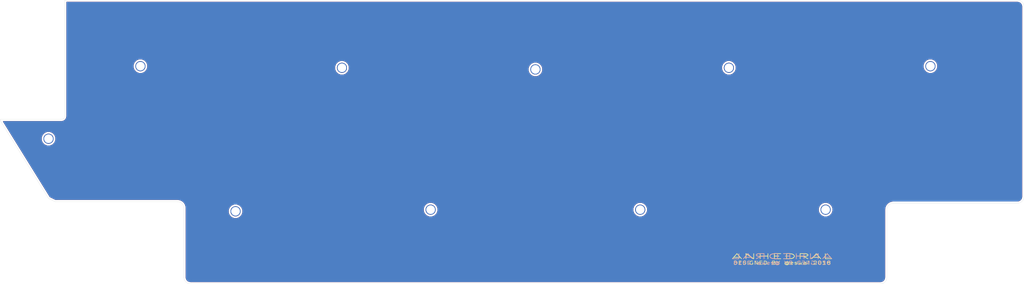
<source format=kicad_pcb>
(kicad_pcb (version 20171130) (host pcbnew "(6.0.0-rc1-dev-1215-g431bdc7a3)")

  (general
    (thickness 1.6)
    (drawings 23)
    (tracks 0)
    (zones 0)
    (modules 10)
    (nets 1)
  )

  (page A4)
  (layers
    (0 F.Cu signal hide)
    (31 B.Cu signal hide)
    (32 B.Adhes user)
    (33 F.Adhes user)
    (34 B.Paste user)
    (35 F.Paste user)
    (36 B.SilkS user)
    (37 F.SilkS user)
    (38 B.Mask user)
    (39 F.Mask user)
    (40 Dwgs.User user)
    (41 Cmts.User user)
    (42 Eco1.User user)
    (43 Eco2.User user)
    (44 Edge.Cuts user)
    (45 Margin user)
    (46 B.CrtYd user)
    (47 F.CrtYd user)
    (48 B.Fab user)
    (49 F.Fab user)
  )

  (setup
    (last_trace_width 0.25)
    (trace_clearance 0.2)
    (zone_clearance 0.508)
    (zone_45_only no)
    (trace_min 0.2)
    (via_size 0.8)
    (via_drill 0.4)
    (via_min_size 0.4)
    (via_min_drill 0.3)
    (uvia_size 0.3)
    (uvia_drill 0.1)
    (uvias_allowed no)
    (uvia_min_size 0.2)
    (uvia_min_drill 0.1)
    (edge_width 0.05)
    (segment_width 0.2)
    (pcb_text_width 0.3)
    (pcb_text_size 1.5 1.5)
    (mod_edge_width 0.12)
    (mod_text_size 1 1)
    (mod_text_width 0.15)
    (pad_size 3 3)
    (pad_drill 2.5)
    (pad_to_mask_clearance 0.051)
    (solder_mask_min_width 0.25)
    (aux_axis_origin 0 0)
    (grid_origin 24.60756 -69.08662)
    (visible_elements FFFFFF7F)
    (pcbplotparams
      (layerselection 0x010fc_ffffffff)
      (usegerberextensions false)
      (usegerberattributes false)
      (usegerberadvancedattributes false)
      (creategerberjobfile false)
      (excludeedgelayer true)
      (linewidth 0.100000)
      (plotframeref false)
      (viasonmask false)
      (mode 1)
      (useauxorigin false)
      (hpglpennumber 1)
      (hpglpenspeed 20)
      (hpglpendiameter 15.000000)
      (psnegative false)
      (psa4output false)
      (plotreference true)
      (plotvalue true)
      (plotinvisibletext false)
      (padsonsilk false)
      (subtractmaskfromsilk false)
      (outputformat 1)
      (mirror false)
      (drillshape 0)
      (scaleselection 1)
      (outputdirectory "gerbers/"))
  )

  (net 0 "")

  (net_class Default "This is the default net class."
    (clearance 0.2)
    (trace_width 0.25)
    (via_dia 0.8)
    (via_drill 0.4)
    (uvia_dia 0.3)
    (uvia_drill 0.1)
  )

  (module kbd:HOLE (layer F.Cu) (tedit 5C03DD65) (tstamp 5C088BB4)
    (at 153.19506 -59.56162)
    (descr "Mounting Hole 2.2mm, no annular, M2")
    (tags "mounting hole 2.2mm no annular m2")
    (attr virtual)
    (fp_text reference Ref** (at 0 -3.2) (layer F.Fab)
      (effects (font (size 1 1) (thickness 0.15)))
    )
    (fp_text value Val** (at 0 3.2) (layer F.Fab)
      (effects (font (size 1 1) (thickness 0.15)))
    )
    (fp_circle (center 0 0) (end 2.45 0) (layer F.CrtYd) (width 0.05))
    (fp_circle (center 0 0) (end 2.2 0) (layer Cmts.User) (width 0.15))
    (fp_text user %R (at 0.3 0) (layer F.Fab)
      (effects (font (size 1 1) (thickness 0.15)))
    )
    (pad "" np_thru_hole circle (at 0 0) (size 3 3) (drill 2.5) (layers *.Cu *.Mask))
  )

  (module kbd:HOLE (layer F.Cu) (tedit 5C03DD55) (tstamp 5C088BFD)
    (at 96.04506 -60.03787)
    (descr "Mounting Hole 2.2mm, no annular, M2")
    (tags "mounting hole 2.2mm no annular m2")
    (attr virtual)
    (fp_text reference Ref** (at 0 -3.2) (layer F.Fab)
      (effects (font (size 1 1) (thickness 0.15)))
    )
    (fp_text value Val** (at 0 3.2) (layer F.Fab)
      (effects (font (size 1 1) (thickness 0.15)))
    )
    (fp_circle (center 0 0) (end 2.45 0) (layer F.CrtYd) (width 0.05))
    (fp_circle (center 0 0) (end 2.2 0) (layer Cmts.User) (width 0.15))
    (fp_text user %R (at 0.3 0) (layer F.Fab)
      (effects (font (size 1 1) (thickness 0.15)))
    )
    (pad "" np_thru_hole circle (at 0 0) (size 3 3) (drill 2.5) (layers *.Cu *.Mask))
  )

  (module kbd:HOLE (layer F.Cu) (tedit 5C03DD3B) (tstamp 5C088C21)
    (at 36.51381 -60.51412)
    (descr "Mounting Hole 2.2mm, no annular, M2")
    (tags "mounting hole 2.2mm no annular m2")
    (attr virtual)
    (fp_text reference Ref** (at 0 -3.2) (layer F.Fab)
      (effects (font (size 1 1) (thickness 0.15)))
    )
    (fp_text value Val** (at 0 3.2) (layer F.Fab)
      (effects (font (size 1 1) (thickness 0.15)))
    )
    (fp_circle (center 0 0) (end 2.45 0) (layer F.CrtYd) (width 0.05))
    (fp_circle (center 0 0) (end 2.2 0) (layer Cmts.User) (width 0.15))
    (fp_text user %R (at 0.3 0) (layer F.Fab)
      (effects (font (size 1 1) (thickness 0.15)))
    )
    (pad "" np_thru_hole circle (at 0 0) (size 3 3) (drill 2.5) (layers *.Cu *.Mask))
  )

  (module kbd:HOLE (layer F.Cu) (tedit 5C03DD4C) (tstamp 5C088C45)
    (at 64.61256 -17.65162)
    (descr "Mounting Hole 2.2mm, no annular, M2")
    (tags "mounting hole 2.2mm no annular m2")
    (attr virtual)
    (fp_text reference Ref** (at 0 -3.2) (layer F.Fab)
      (effects (font (size 1 1) (thickness 0.15)))
    )
    (fp_text value Val** (at 0 3.2) (layer F.Fab)
      (effects (font (size 1 1) (thickness 0.15)))
    )
    (fp_circle (center 0 0) (end 2.45 0) (layer F.CrtYd) (width 0.05))
    (fp_circle (center 0 0) (end 2.2 0) (layer Cmts.User) (width 0.15))
    (fp_text user %R (at 0.3 0) (layer F.Fab)
      (effects (font (size 1 1) (thickness 0.15)))
    )
    (pad "" np_thru_hole circle (at 0 0) (size 3 3) (drill 2.5) (layers *.Cu *.Mask))
  )

  (module kbd:HOLE (layer F.Cu) (tedit 5C03DD5E) (tstamp 5C088C69)
    (at 122.23881 -18.12787)
    (descr "Mounting Hole 2.2mm, no annular, M2")
    (tags "mounting hole 2.2mm no annular m2")
    (attr virtual)
    (fp_text reference Ref** (at 0 -3.2) (layer F.Fab)
      (effects (font (size 1 1) (thickness 0.15)))
    )
    (fp_text value Val** (at 0 3.2) (layer F.Fab)
      (effects (font (size 1 1) (thickness 0.15)))
    )
    (fp_circle (center 0 0) (end 2.45 0) (layer F.CrtYd) (width 0.05))
    (fp_circle (center 0 0) (end 2.2 0) (layer Cmts.User) (width 0.15))
    (fp_text user %R (at 0.3 0) (layer F.Fab)
      (effects (font (size 1 1) (thickness 0.15)))
    )
    (pad "" np_thru_hole circle (at 0 0) (size 3 3) (drill 2.5) (layers *.Cu *.Mask))
  )

  (module kbd:HOLE (layer F.Cu) (tedit 5C03DD74) (tstamp 5C088C96)
    (at 210.34506 -60.03787)
    (descr "Mounting Hole 2.2mm, no annular, M2")
    (tags "mounting hole 2.2mm no annular m2")
    (attr virtual)
    (fp_text reference Ref** (at 0 -3.2) (layer F.Fab)
      (effects (font (size 1 1) (thickness 0.15)))
    )
    (fp_text value Val** (at 0 3.2) (layer F.Fab)
      (effects (font (size 1 1) (thickness 0.15)))
    )
    (fp_circle (center 0 0) (end 2.45 0) (layer F.CrtYd) (width 0.05))
    (fp_circle (center 0 0) (end 2.2 0) (layer Cmts.User) (width 0.15))
    (fp_text user %R (at 0.3 0) (layer F.Fab)
      (effects (font (size 1 1) (thickness 0.15)))
    )
    (pad "" np_thru_hole circle (at 0 0) (size 3 3) (drill 2.5) (layers *.Cu *.Mask))
  )

  (module kbd:HOLE (layer F.Cu) (tedit 5C03DD85) (tstamp 5C088CBA)
    (at 269.87631 -60.51412)
    (descr "Mounting Hole 2.2mm, no annular, M2")
    (tags "mounting hole 2.2mm no annular m2")
    (attr virtual)
    (fp_text reference Ref** (at 0 -3.2) (layer F.Fab)
      (effects (font (size 1 1) (thickness 0.15)))
    )
    (fp_text value Val** (at 0 3.2) (layer F.Fab)
      (effects (font (size 1 1) (thickness 0.15)))
    )
    (fp_circle (center 0 0) (end 2.45 0) (layer F.CrtYd) (width 0.05))
    (fp_circle (center 0 0) (end 2.2 0) (layer Cmts.User) (width 0.15))
    (fp_text user %R (at 0.3 0) (layer F.Fab)
      (effects (font (size 1 1) (thickness 0.15)))
    )
    (pad "" np_thru_hole circle (at 0 0) (size 3 3) (drill 2.5) (layers *.Cu *.Mask))
  )

  (module kbd:HOLE (layer F.Cu) (tedit 5C03DD6C) (tstamp 5C088CDE)
    (at 184.15131 -18.12787)
    (descr "Mounting Hole 2.2mm, no annular, M2")
    (tags "mounting hole 2.2mm no annular m2")
    (attr virtual)
    (fp_text reference Ref** (at 0 -3.2) (layer F.Fab)
      (effects (font (size 1 1) (thickness 0.15)))
    )
    (fp_text value Val** (at 0 3.2) (layer F.Fab)
      (effects (font (size 1 1) (thickness 0.15)))
    )
    (fp_circle (center 0 0) (end 2.45 0) (layer F.CrtYd) (width 0.05))
    (fp_circle (center 0 0) (end 2.2 0) (layer Cmts.User) (width 0.15))
    (fp_text user %R (at 0.3 0) (layer F.Fab)
      (effects (font (size 1 1) (thickness 0.15)))
    )
    (pad "" np_thru_hole circle (at 0 0) (size 3 3) (drill 2.5) (layers *.Cu *.Mask))
  )

  (module kbd:HOLE (layer F.Cu) (tedit 5C03DD7B) (tstamp 5C088D02)
    (at 238.92006 -18.12787)
    (descr "Mounting Hole 2.2mm, no annular, M2")
    (tags "mounting hole 2.2mm no annular m2")
    (attr virtual)
    (fp_text reference Ref** (at 0 -3.2) (layer F.Fab)
      (effects (font (size 1 1) (thickness 0.15)))
    )
    (fp_text value Val** (at 0 3.2) (layer F.Fab)
      (effects (font (size 1 1) (thickness 0.15)))
    )
    (fp_circle (center 0 0) (end 2.45 0) (layer F.CrtYd) (width 0.05))
    (fp_circle (center 0 0) (end 2.2 0) (layer Cmts.User) (width 0.15))
    (fp_text user %R (at 0.3 0) (layer F.Fab)
      (effects (font (size 1 1) (thickness 0.15)))
    )
    (pad "" np_thru_hole circle (at 0 0) (size 3 3) (drill 2.5) (layers *.Cu *.Mask))
  )

  (module kbd:HOLE (layer F.Cu) (tedit 5C03DD2F) (tstamp 5C088F6B)
    (at 9.36756 -39.08287)
    (descr "Mounting Hole 2.2mm, no annular, M2")
    (tags "mounting hole 2.2mm no annular m2")
    (attr virtual)
    (fp_text reference Ref** (at 0 -3.2) (layer F.Fab)
      (effects (font (size 1 1) (thickness 0.15)))
    )
    (fp_text value Val** (at 0 3.2) (layer F.Fab)
      (effects (font (size 1 1) (thickness 0.15)))
    )
    (fp_circle (center 0 0) (end 2.45 0) (layer F.CrtYd) (width 0.05))
    (fp_circle (center 0 0) (end 2.2 0) (layer Cmts.User) (width 0.15))
    (fp_text user %R (at 0.3 0) (layer F.Fab)
      (effects (font (size 1 1) (thickness 0.15)))
    )
    (pad "" np_thru_hole circle (at 0 0) (size 3 3) (drill 2.5) (layers *.Cu *.Mask))
  )

  (gr_line (start 295.59381 -80.04037) (end 14.13006 -80.04037) (layer Edge.Cuts) (width 0.05))
  (gr_line (start 297.49881 -21.93787) (end 297.49881 -78.13537) (layer Edge.Cuts) (width 0.05))
  (gr_arc (start 295.59381 -78.13537) (end 297.49881 -78.13537) (angle -90) (layer Edge.Cuts) (width 0.05))
  (gr_line (start -4.94244 -44.53662) (end 9.36756 -21.46162) (layer Edge.Cuts) (width 0.05))
  (gr_line (start -4.91994 -44.79787) (end -4.94244 -44.53662) (layer Edge.Cuts) (width 0.05))
  (gr_line (start 13.17756 -44.79787) (end -4.91994 -44.79787) (layer Edge.Cuts) (width 0.05))
  (gr_arc (start 13.17756 -45.75037) (end 13.17756 -44.79787) (angle -90) (layer Edge.Cuts) (width 0.05))
  (gr_line (start 14.13006 -80.04037) (end 14.13006 -45.75037) (layer Edge.Cuts) (width 0.05))
  (gr_text "DESIGNED BY @eswai 2018" (at 226.06131 -2.41162) (layer B.SilkS) (tstamp 5C0A93D6)
    (effects (font (size 1 1.4) (thickness 0.15)) (justify mirror))
  )
  (gr_text ANHEDRAL (at 226.06131 -4.31662) (layer B.SilkS) (tstamp 5C0A93D5)
    (effects (font (size 1.5 4) (thickness 0.2)) (justify mirror))
  )
  (gr_text "DESIGNED BY @eswai 2018" (at 226.06131 -2.41162) (layer F.SilkS)
    (effects (font (size 1 1.4) (thickness 0.15)))
  )
  (gr_text ANHEDRAL (at 226.06131 -4.31662) (layer F.SilkS)
    (effects (font (size 1.5 4) (thickness 0.2)))
  )
  (gr_line (start 295.59381 -20.03287) (end 258.92256 -20.03287) (layer Edge.Cuts) (width 0.05))
  (gr_line (start 11.27256 -20.50912) (end 9.36756 -21.46162) (layer Edge.Cuts) (width 0.05))
  (gr_line (start 47.46756 -20.50912) (end 11.27256 -20.50912) (layer Edge.Cuts) (width 0.05))
  (gr_line (start 49.37256 1.87463) (end 49.37256 -18.60412) (layer Edge.Cuts) (width 0.05))
  (gr_line (start 255.11256 3.77963) (end 51.27756 3.77963) (layer Edge.Cuts) (width 0.05))
  (gr_line (start 257.01756 -18.12787) (end 257.01756 1.87463) (layer Edge.Cuts) (width 0.05))
  (gr_arc (start 295.59381 -21.93787) (end 295.59381 -20.03287) (angle -90) (layer Edge.Cuts) (width 0.05))
  (gr_arc (start 258.92256 -18.12787) (end 258.92256 -20.03287) (angle -90) (layer Edge.Cuts) (width 0.05))
  (gr_arc (start 255.11256 1.87463) (end 255.11256 3.77963) (angle -90) (layer Edge.Cuts) (width 0.05))
  (gr_arc (start 51.27756 1.87463) (end 49.37256 1.87463) (angle -90) (layer Edge.Cuts) (width 0.05))
  (gr_arc (start 47.46756 -18.60412) (end 49.37256 -18.60412) (angle -90) (layer Edge.Cuts) (width 0.05))

  (zone (net 0) (net_name "") (layer F.Cu) (tstamp 0) (hatch edge 0.508)
    (connect_pads (clearance 0.508))
    (min_thickness 0.254)
    (fill yes (arc_segments 16) (thermal_gap 0.508) (thermal_bridge_width 0.508))
    (polygon
      (pts
        (xy 296.07006 -80.51662) (xy 13.65381 -80.51662) (xy 13.65381 -45.75037) (xy 13.17756 -45.27412) (xy -5.39619 -45.27412)
        (xy -5.39619 -44.32162) (xy 9.36756 -20.98537) (xy 11.27256 -20.03287) (xy 47.94381 -20.03287) (xy 48.89631 -19.08037)
        (xy 48.89631 2.35088) (xy 50.80131 4.25588) (xy 255.58881 4.25588) (xy 257.49381 2.35088) (xy 257.49381 -18.12787)
        (xy 258.44631 -19.55662) (xy 296.07006 -19.55662) (xy 297.97506 -21.46162) (xy 297.97506 -78.61162)
      )
    )
    (filled_polygon
      (pts
        (xy 295.948439 -79.348104) (xy 296.274558 -79.199826) (xy 296.545955 -78.965976) (xy 296.740806 -78.665357) (xy 296.849743 -78.301097)
        (xy 296.863811 -78.111793) (xy 296.86381 -21.983111) (xy 296.806544 -21.583241) (xy 296.658266 -21.257121) (xy 296.424418 -20.985727)
        (xy 296.123796 -20.790874) (xy 295.759537 -20.681937) (xy 295.570246 -20.66787) (xy 258.860019 -20.66787) (xy 258.836772 -20.663246)
        (xy 258.593924 -20.645199) (xy 258.530668 -20.631291) (xy 258.466486 -20.622499) (xy 258.45904 -20.620321) (xy 257.941561 -20.465562)
        (xy 257.863403 -20.429448) (xy 257.784659 -20.394224) (xy 257.778124 -20.390044) (xy 257.324879 -20.096265) (xy 257.259994 -20.039662)
        (xy 257.194306 -19.983757) (xy 257.189206 -19.97791) (xy 256.836634 -19.56873) (xy 256.790237 -19.496181) (xy 256.742887 -19.424097)
        (xy 256.739633 -19.417054) (xy 256.516076 -18.925366) (xy 256.491896 -18.842675) (xy 256.466691 -18.760234) (xy 256.465544 -18.752561)
        (xy 256.391407 -18.234888) (xy 256.38256 -18.19041) (xy 256.382561 1.829382) (xy 256.325294 2.229259) (xy 256.177016 2.555379)
        (xy 255.943168 2.826773) (xy 255.642546 3.021626) (xy 255.278287 3.130563) (xy 255.088996 3.14463) (xy 51.322801 3.14463)
        (xy 50.922931 3.087364) (xy 50.596811 2.939086) (xy 50.325417 2.705238) (xy 50.130564 2.404616) (xy 50.021627 2.040357)
        (xy 50.00756 1.851066) (xy 50.00756 -18.035433) (xy 62.469837 -18.035433) (xy 62.47756 -17.631244) (xy 62.47756 -17.226942)
        (xy 62.485659 -17.20739) (xy 62.486063 -17.186233) (xy 62.779821 -16.477038) (xy 62.790371 -16.47175) (xy 62.802594 -16.44224)
        (xy 63.40318 -15.841654) (xy 63.43269 -15.829431) (xy 63.437978 -15.818881) (xy 63.814348 -15.671343) (xy 64.187882 -15.51662)
        (xy 64.209046 -15.51662) (xy 64.228747 -15.508897) (xy 64.632936 -15.51662) (xy 65.037238 -15.51662) (xy 65.05679 -15.524719)
        (xy 65.077947 -15.525123) (xy 65.787142 -15.818881) (xy 65.79243 -15.829431) (xy 65.82194 -15.841654) (xy 66.422526 -16.44224)
        (xy 66.434749 -16.47175) (xy 66.445299 -16.477038) (xy 66.592837 -16.853408) (xy 66.74756 -17.226942) (xy 66.74756 -17.248106)
        (xy 66.755283 -17.267807) (xy 66.74756 -17.671996) (xy 66.74756 -18.076298) (xy 66.739461 -18.09585) (xy 66.739057 -18.117007)
        (xy 66.575577 -18.511683) (xy 120.096087 -18.511683) (xy 120.10381 -18.107494) (xy 120.10381 -17.703192) (xy 120.111909 -17.68364)
        (xy 120.112313 -17.662483) (xy 120.406071 -16.953288) (xy 120.416621 -16.948) (xy 120.428844 -16.91849) (xy 121.02943 -16.317904)
        (xy 121.05894 -16.305681) (xy 121.064228 -16.295131) (xy 121.440598 -16.147593) (xy 121.814132 -15.99287) (xy 121.835296 -15.99287)
        (xy 121.854997 -15.985147) (xy 122.259186 -15.99287) (xy 122.663488 -15.99287) (xy 122.68304 -16.000969) (xy 122.704197 -16.001373)
        (xy 123.413392 -16.295131) (xy 123.41868 -16.305681) (xy 123.44819 -16.317904) (xy 124.048776 -16.91849) (xy 124.060999 -16.948)
        (xy 124.071549 -16.953288) (xy 124.219087 -17.329658) (xy 124.37381 -17.703192) (xy 124.37381 -17.724356) (xy 124.381533 -17.744057)
        (xy 124.37381 -18.148246) (xy 124.37381 -18.511683) (xy 182.008587 -18.511683) (xy 182.01631 -18.107494) (xy 182.01631 -17.703192)
        (xy 182.024409 -17.68364) (xy 182.024813 -17.662483) (xy 182.318571 -16.953288) (xy 182.329121 -16.948) (xy 182.341344 -16.91849)
        (xy 182.94193 -16.317904) (xy 182.97144 -16.305681) (xy 182.976728 -16.295131) (xy 183.353098 -16.147593) (xy 183.726632 -15.99287)
        (xy 183.747796 -15.99287) (xy 183.767497 -15.985147) (xy 184.171686 -15.99287) (xy 184.575988 -15.99287) (xy 184.59554 -16.000969)
        (xy 184.616697 -16.001373) (xy 185.325892 -16.295131) (xy 185.33118 -16.305681) (xy 185.36069 -16.317904) (xy 185.961276 -16.91849)
        (xy 185.973499 -16.948) (xy 185.984049 -16.953288) (xy 186.131587 -17.329658) (xy 186.28631 -17.703192) (xy 186.28631 -17.724356)
        (xy 186.294033 -17.744057) (xy 186.28631 -18.148246) (xy 186.28631 -18.511683) (xy 236.777337 -18.511683) (xy 236.78506 -18.107494)
        (xy 236.78506 -17.703192) (xy 236.793159 -17.68364) (xy 236.793563 -17.662483) (xy 237.087321 -16.953288) (xy 237.097871 -16.948)
        (xy 237.110094 -16.91849) (xy 237.71068 -16.317904) (xy 237.74019 -16.305681) (xy 237.745478 -16.295131) (xy 238.121848 -16.147593)
        (xy 238.495382 -15.99287) (xy 238.516546 -15.99287) (xy 238.536247 -15.985147) (xy 238.940436 -15.99287) (xy 239.344738 -15.99287)
        (xy 239.36429 -16.000969) (xy 239.385447 -16.001373) (xy 240.094642 -16.295131) (xy 240.09993 -16.305681) (xy 240.12944 -16.317904)
        (xy 240.730026 -16.91849) (xy 240.742249 -16.948) (xy 240.752799 -16.953288) (xy 240.900337 -17.329658) (xy 241.05506 -17.703192)
        (xy 241.05506 -17.724356) (xy 241.062783 -17.744057) (xy 241.05506 -18.148246) (xy 241.05506 -18.552548) (xy 241.046961 -18.5721)
        (xy 241.046557 -18.593257) (xy 240.752799 -19.302452) (xy 240.742249 -19.30774) (xy 240.730026 -19.33725) (xy 240.12944 -19.937836)
        (xy 240.09993 -19.950059) (xy 240.094642 -19.960609) (xy 239.718272 -20.108147) (xy 239.344738 -20.26287) (xy 239.323574 -20.26287)
        (xy 239.303873 -20.270593) (xy 238.899684 -20.26287) (xy 238.495382 -20.26287) (xy 238.47583 -20.254771) (xy 238.454673 -20.254367)
        (xy 237.745478 -19.960609) (xy 237.74019 -19.950059) (xy 237.71068 -19.937836) (xy 237.110094 -19.33725) (xy 237.097871 -19.30774)
        (xy 237.087321 -19.302452) (xy 236.939783 -18.926082) (xy 236.78506 -18.552548) (xy 236.78506 -18.531384) (xy 236.777337 -18.511683)
        (xy 186.28631 -18.511683) (xy 186.28631 -18.552548) (xy 186.278211 -18.5721) (xy 186.277807 -18.593257) (xy 185.984049 -19.302452)
        (xy 185.973499 -19.30774) (xy 185.961276 -19.33725) (xy 185.36069 -19.937836) (xy 185.33118 -19.950059) (xy 185.325892 -19.960609)
        (xy 184.949522 -20.108147) (xy 184.575988 -20.26287) (xy 184.554824 -20.26287) (xy 184.535123 -20.270593) (xy 184.130934 -20.26287)
        (xy 183.726632 -20.26287) (xy 183.70708 -20.254771) (xy 183.685923 -20.254367) (xy 182.976728 -19.960609) (xy 182.97144 -19.950059)
        (xy 182.94193 -19.937836) (xy 182.341344 -19.33725) (xy 182.329121 -19.30774) (xy 182.318571 -19.302452) (xy 182.171033 -18.926082)
        (xy 182.01631 -18.552548) (xy 182.01631 -18.531384) (xy 182.008587 -18.511683) (xy 124.37381 -18.511683) (xy 124.37381 -18.552548)
        (xy 124.365711 -18.5721) (xy 124.365307 -18.593257) (xy 124.071549 -19.302452) (xy 124.060999 -19.30774) (xy 124.048776 -19.33725)
        (xy 123.44819 -19.937836) (xy 123.41868 -19.950059) (xy 123.413392 -19.960609) (xy 123.037022 -20.108147) (xy 122.663488 -20.26287)
        (xy 122.642324 -20.26287) (xy 122.622623 -20.270593) (xy 122.218434 -20.26287) (xy 121.814132 -20.26287) (xy 121.79458 -20.254771)
        (xy 121.773423 -20.254367) (xy 121.064228 -19.960609) (xy 121.05894 -19.950059) (xy 121.02943 -19.937836) (xy 120.428844 -19.33725)
        (xy 120.416621 -19.30774) (xy 120.406071 -19.302452) (xy 120.258533 -18.926082) (xy 120.10381 -18.552548) (xy 120.10381 -18.531384)
        (xy 120.096087 -18.511683) (xy 66.575577 -18.511683) (xy 66.445299 -18.826202) (xy 66.434749 -18.83149) (xy 66.422526 -18.861)
        (xy 65.82194 -19.461586) (xy 65.79243 -19.473809) (xy 65.787142 -19.484359) (xy 65.410772 -19.631897) (xy 65.037238 -19.78662)
        (xy 65.016074 -19.78662) (xy 64.996373 -19.794343) (xy 64.592184 -19.78662) (xy 64.187882 -19.78662) (xy 64.16833 -19.778521)
        (xy 64.147173 -19.778117) (xy 63.437978 -19.484359) (xy 63.43269 -19.473809) (xy 63.40318 -19.461586) (xy 62.802594 -18.861)
        (xy 62.790371 -18.83149) (xy 62.779821 -18.826202) (xy 62.632283 -18.449832) (xy 62.47756 -18.076298) (xy 62.47756 -18.055134)
        (xy 62.469837 -18.035433) (xy 50.00756 -18.035433) (xy 50.00756 -18.666661) (xy 50.002936 -18.689908) (xy 49.984889 -18.932756)
        (xy 49.970981 -18.996012) (xy 49.962189 -19.060194) (xy 49.960011 -19.06764) (xy 49.805252 -19.585119) (xy 49.769138 -19.663277)
        (xy 49.733914 -19.742021) (xy 49.729734 -19.748556) (xy 49.435955 -20.201801) (xy 49.379352 -20.266686) (xy 49.323447 -20.332374)
        (xy 49.3176 -20.337474) (xy 48.90842 -20.690046) (xy 48.835871 -20.736443) (xy 48.763787 -20.783793) (xy 48.756744 -20.787047)
        (xy 48.265056 -21.010604) (xy 48.182365 -21.034784) (xy 48.099924 -21.059989) (xy 48.092251 -21.061136) (xy 47.574582 -21.135272)
        (xy 47.530101 -21.14412) (xy 11.422463 -21.14412) (xy 9.812417 -21.949142) (xy -1.051115 -39.466683) (xy 7.224837 -39.466683)
        (xy 7.23256 -39.062494) (xy 7.23256 -38.658192) (xy 7.240659 -38.63864) (xy 7.241063 -38.617483) (xy 7.534821 -37.908288)
        (xy 7.545371 -37.903) (xy 7.557594 -37.87349) (xy 8.15818 -37.272904) (xy 8.18769 -37.260681) (xy 8.192978 -37.250131)
        (xy 8.569348 -37.102593) (xy 8.942882 -36.94787) (xy 8.964046 -36.94787) (xy 8.983747 -36.940147) (xy 9.387936 -36.94787)
        (xy 9.792238 -36.94787) (xy 9.81179 -36.955969) (xy 9.832947 -36.956373) (xy 10.542142 -37.250131) (xy 10.54743 -37.260681)
        (xy 10.57694 -37.272904) (xy 11.177526 -37.87349) (xy 11.189749 -37.903) (xy 11.200299 -37.908288) (xy 11.347837 -38.284658)
        (xy 11.50256 -38.658192) (xy 11.50256 -38.679356) (xy 11.510283 -38.699057) (xy 11.50256 -39.103246) (xy 11.50256 -39.507548)
        (xy 11.494461 -39.5271) (xy 11.494057 -39.548257) (xy 11.200299 -40.257452) (xy 11.189749 -40.26274) (xy 11.177526 -40.29225)
        (xy 10.57694 -40.892836) (xy 10.54743 -40.905059) (xy 10.542142 -40.915609) (xy 10.165772 -41.063147) (xy 9.792238 -41.21787)
        (xy 9.771074 -41.21787) (xy 9.751373 -41.225593) (xy 9.347184 -41.21787) (xy 8.942882 -41.21787) (xy 8.92333 -41.209771)
        (xy 8.902173 -41.209367) (xy 8.192978 -40.915609) (xy 8.18769 -40.905059) (xy 8.15818 -40.892836) (xy 7.557594 -40.29225)
        (xy 7.545371 -40.26274) (xy 7.534821 -40.257452) (xy 7.387283 -39.881082) (xy 7.23256 -39.507548) (xy 7.23256 -39.486384)
        (xy 7.224837 -39.466683) (xy -1.051115 -39.466683) (xy -3.963464 -44.16287) (xy 13.240101 -44.16287) (xy 13.30144 -44.175071)
        (xy 13.301443 -44.175071) (xy 13.665949 -44.247576) (xy 13.894853 -44.342392) (xy 14.203862 -44.548865) (xy 14.203866 -44.548867)
        (xy 14.291464 -44.636466) (xy 14.379063 -44.724064) (xy 14.379065 -44.724068) (xy 14.585536 -45.033074) (xy 14.585538 -45.033076)
        (xy 14.680354 -45.261981) (xy 14.752859 -45.626487) (xy 14.752859 -45.62649) (xy 14.76506 -45.687829) (xy 14.76506 -60.897933)
        (xy 34.371087 -60.897933) (xy 34.37881 -60.493744) (xy 34.37881 -60.089442) (xy 34.386909 -60.06989) (xy 34.387313 -60.048733)
        (xy 34.681071 -59.339538) (xy 34.691621 -59.33425) (xy 34.703844 -59.30474) (xy 35.30443 -58.704154) (xy 35.33394 -58.691931)
        (xy 35.339228 -58.681381) (xy 35.715598 -58.533843) (xy 36.089132 -58.37912) (xy 36.110296 -58.37912) (xy 36.129997 -58.371397)
        (xy 36.534186 -58.37912) (xy 36.938488 -58.37912) (xy 36.95804 -58.387219) (xy 36.979197 -58.387623) (xy 37.688392 -58.681381)
        (xy 37.69368 -58.691931) (xy 37.72319 -58.704154) (xy 38.323776 -59.30474) (xy 38.335999 -59.33425) (xy 38.346549 -59.339538)
        (xy 38.494087 -59.715908) (xy 38.64881 -60.089442) (xy 38.64881 -60.110606) (xy 38.656533 -60.130307) (xy 38.650966 -60.421683)
        (xy 93.902337 -60.421683) (xy 93.91006 -60.017494) (xy 93.91006 -59.613192) (xy 93.918159 -59.59364) (xy 93.918563 -59.572483)
        (xy 94.212321 -58.863288) (xy 94.222871 -58.858) (xy 94.235094 -58.82849) (xy 94.83568 -58.227904) (xy 94.86519 -58.215681)
        (xy 94.870478 -58.205131) (xy 95.246848 -58.057593) (xy 95.620382 -57.90287) (xy 95.641546 -57.90287) (xy 95.661247 -57.895147)
        (xy 96.065436 -57.90287) (xy 96.469738 -57.90287) (xy 96.48929 -57.910969) (xy 96.510447 -57.911373) (xy 97.219642 -58.205131)
        (xy 97.22493 -58.215681) (xy 97.25444 -58.227904) (xy 97.855026 -58.82849) (xy 97.867249 -58.858) (xy 97.877799 -58.863288)
        (xy 98.025337 -59.239658) (xy 98.18006 -59.613192) (xy 98.18006 -59.634356) (xy 98.187783 -59.654057) (xy 98.182216 -59.945433)
        (xy 151.052337 -59.945433) (xy 151.06006 -59.541244) (xy 151.06006 -59.136942) (xy 151.068159 -59.11739) (xy 151.068563 -59.096233)
        (xy 151.362321 -58.387038) (xy 151.372871 -58.38175) (xy 151.385094 -58.35224) (xy 151.98568 -57.751654) (xy 152.01519 -57.739431)
        (xy 152.020478 -57.728881) (xy 152.396848 -57.581343) (xy 152.770382 -57.42662) (xy 152.791546 -57.42662) (xy 152.811247 -57.418897)
        (xy 153.215436 -57.42662) (xy 153.619738 -57.42662) (xy 153.63929 -57.434719) (xy 153.660447 -57.435123) (xy 154.369642 -57.728881)
        (xy 154.37493 -57.739431) (xy 154.40444 -57.751654) (xy 155.005026 -58.35224) (xy 155.017249 -58.38175) (xy 155.027799 -58.387038)
        (xy 155.175337 -58.763408) (xy 155.33006 -59.136942) (xy 155.33006 -59.158106) (xy 155.337783 -59.177807) (xy 155.33006 -59.581996)
        (xy 155.33006 -59.986298) (xy 155.321961 -60.00585) (xy 155.321557 -60.027007) (xy 155.158077 -60.421683) (xy 208.202337 -60.421683)
        (xy 208.21006 -60.017494) (xy 208.21006 -59.613192) (xy 208.218159 -59.59364) (xy 208.218563 -59.572483) (xy 208.512321 -58.863288)
        (xy 208.522871 -58.858) (xy 208.535094 -58.82849) (xy 209.13568 -58.227904) (xy 209.16519 -58.215681) (xy 209.170478 -58.205131)
        (xy 209.546848 -58.057593) (xy 209.920382 -57.90287) (xy 209.941546 -57.90287) (xy 209.961247 -57.895147) (xy 210.365436 -57.90287)
        (xy 210.769738 -57.90287) (xy 210.78929 -57.910969) (xy 210.810447 -57.911373) (xy 211.519642 -58.205131) (xy 211.52493 -58.215681)
        (xy 211.55444 -58.227904) (xy 212.155026 -58.82849) (xy 212.167249 -58.858) (xy 212.177799 -58.863288) (xy 212.325337 -59.239658)
        (xy 212.48006 -59.613192) (xy 212.48006 -59.634356) (xy 212.487783 -59.654057) (xy 212.48006 -60.058246) (xy 212.48006 -60.462548)
        (xy 212.471961 -60.4821) (xy 212.471557 -60.503257) (xy 212.308077 -60.897933) (xy 267.733587 -60.897933) (xy 267.74131 -60.493744)
        (xy 267.74131 -60.089442) (xy 267.749409 -60.06989) (xy 267.749813 -60.048733) (xy 268.043571 -59.339538) (xy 268.054121 -59.33425)
        (xy 268.066344 -59.30474) (xy 268.66693 -58.704154) (xy 268.69644 -58.691931) (xy 268.701728 -58.681381) (xy 269.078098 -58.533843)
        (xy 269.451632 -58.37912) (xy 269.472796 -58.37912) (xy 269.492497 -58.371397) (xy 269.896686 -58.37912) (xy 270.300988 -58.37912)
        (xy 270.32054 -58.387219) (xy 270.341697 -58.387623) (xy 271.050892 -58.681381) (xy 271.05618 -58.691931) (xy 271.08569 -58.704154)
        (xy 271.686276 -59.30474) (xy 271.698499 -59.33425) (xy 271.709049 -59.339538) (xy 271.856587 -59.715908) (xy 272.01131 -60.089442)
        (xy 272.01131 -60.110606) (xy 272.019033 -60.130307) (xy 272.01131 -60.534496) (xy 272.01131 -60.938798) (xy 272.003211 -60.95835)
        (xy 272.002807 -60.979507) (xy 271.709049 -61.688702) (xy 271.698499 -61.69399) (xy 271.686276 -61.7235) (xy 271.08569 -62.324086)
        (xy 271.05618 -62.336309) (xy 271.050892 -62.346859) (xy 270.674522 -62.494397) (xy 270.300988 -62.64912) (xy 270.279824 -62.64912)
        (xy 270.260123 -62.656843) (xy 269.855934 -62.64912) (xy 269.451632 -62.64912) (xy 269.43208 -62.641021) (xy 269.410923 -62.640617)
        (xy 268.701728 -62.346859) (xy 268.69644 -62.336309) (xy 268.66693 -62.324086) (xy 268.066344 -61.7235) (xy 268.054121 -61.69399)
        (xy 268.043571 -61.688702) (xy 267.896033 -61.312332) (xy 267.74131 -60.938798) (xy 267.74131 -60.917634) (xy 267.733587 -60.897933)
        (xy 212.308077 -60.897933) (xy 212.177799 -61.212452) (xy 212.167249 -61.21774) (xy 212.155026 -61.24725) (xy 211.55444 -61.847836)
        (xy 211.52493 -61.860059) (xy 211.519642 -61.870609) (xy 211.143272 -62.018147) (xy 210.769738 -62.17287) (xy 210.748574 -62.17287)
        (xy 210.728873 -62.180593) (xy 210.324684 -62.17287) (xy 209.920382 -62.17287) (xy 209.90083 -62.164771) (xy 209.879673 -62.164367)
        (xy 209.170478 -61.870609) (xy 209.16519 -61.860059) (xy 209.13568 -61.847836) (xy 208.535094 -61.24725) (xy 208.522871 -61.21774)
        (xy 208.512321 -61.212452) (xy 208.364783 -60.836082) (xy 208.21006 -60.462548) (xy 208.21006 -60.441384) (xy 208.202337 -60.421683)
        (xy 155.158077 -60.421683) (xy 155.027799 -60.736202) (xy 155.017249 -60.74149) (xy 155.005026 -60.771) (xy 154.40444 -61.371586)
        (xy 154.37493 -61.383809) (xy 154.369642 -61.394359) (xy 153.993272 -61.541897) (xy 153.619738 -61.69662) (xy 153.598574 -61.69662)
        (xy 153.578873 -61.704343) (xy 153.174684 -61.69662) (xy 152.770382 -61.69662) (xy 152.75083 -61.688521) (xy 152.729673 -61.688117)
        (xy 152.020478 -61.394359) (xy 152.01519 -61.383809) (xy 151.98568 -61.371586) (xy 151.385094 -60.771) (xy 151.372871 -60.74149)
        (xy 151.362321 -60.736202) (xy 151.214783 -60.359832) (xy 151.06006 -59.986298) (xy 151.06006 -59.965134) (xy 151.052337 -59.945433)
        (xy 98.182216 -59.945433) (xy 98.18006 -60.058246) (xy 98.18006 -60.462548) (xy 98.171961 -60.4821) (xy 98.171557 -60.503257)
        (xy 97.877799 -61.212452) (xy 97.867249 -61.21774) (xy 97.855026 -61.24725) (xy 97.25444 -61.847836) (xy 97.22493 -61.860059)
        (xy 97.219642 -61.870609) (xy 96.843272 -62.018147) (xy 96.469738 -62.17287) (xy 96.448574 -62.17287) (xy 96.428873 -62.180593)
        (xy 96.024684 -62.17287) (xy 95.620382 -62.17287) (xy 95.60083 -62.164771) (xy 95.579673 -62.164367) (xy 94.870478 -61.870609)
        (xy 94.86519 -61.860059) (xy 94.83568 -61.847836) (xy 94.235094 -61.24725) (xy 94.222871 -61.21774) (xy 94.212321 -61.212452)
        (xy 94.064783 -60.836082) (xy 93.91006 -60.462548) (xy 93.91006 -60.441384) (xy 93.902337 -60.421683) (xy 38.650966 -60.421683)
        (xy 38.64881 -60.534496) (xy 38.64881 -60.938798) (xy 38.640711 -60.95835) (xy 38.640307 -60.979507) (xy 38.346549 -61.688702)
        (xy 38.335999 -61.69399) (xy 38.323776 -61.7235) (xy 37.72319 -62.324086) (xy 37.69368 -62.336309) (xy 37.688392 -62.346859)
        (xy 37.312022 -62.494397) (xy 36.938488 -62.64912) (xy 36.917324 -62.64912) (xy 36.897623 -62.656843) (xy 36.493434 -62.64912)
        (xy 36.089132 -62.64912) (xy 36.06958 -62.641021) (xy 36.048423 -62.640617) (xy 35.339228 -62.346859) (xy 35.33394 -62.336309)
        (xy 35.30443 -62.324086) (xy 34.703844 -61.7235) (xy 34.691621 -61.69399) (xy 34.681071 -61.688702) (xy 34.533533 -61.312332)
        (xy 34.37881 -60.938798) (xy 34.37881 -60.917634) (xy 34.371087 -60.897933) (xy 14.76506 -60.897933) (xy 14.76506 -79.40537)
        (xy 295.548569 -79.40537)
      )
    )
  )
  (zone (net 0) (net_name "") (layer B.Cu) (tstamp 5C0BA03F) (hatch edge 0.508)
    (connect_pads (clearance 0.508))
    (min_thickness 0.254)
    (fill yes (arc_segments 16) (thermal_gap 0.508) (thermal_bridge_width 0.508))
    (polygon
      (pts
        (xy 296.07006 -80.51662) (xy 13.65381 -80.51662) (xy 13.65381 -45.75037) (xy 13.17756 -45.27412) (xy -5.39619 -45.27412)
        (xy -5.39619 -44.32162) (xy 9.36756 -20.98537) (xy 11.27256 -20.03287) (xy 47.94381 -20.03287) (xy 48.89631 -19.08037)
        (xy 48.89631 2.35088) (xy 50.80131 4.25588) (xy 255.58881 4.25588) (xy 257.49381 2.35088) (xy 257.49381 -18.12787)
        (xy 258.44631 -19.55662) (xy 296.07006 -19.55662) (xy 297.97506 -21.46162) (xy 297.97506 -78.61162)
      )
    )
    (filled_polygon
      (pts
        (xy 295.948439 -79.348104) (xy 296.274558 -79.199826) (xy 296.545955 -78.965976) (xy 296.740806 -78.665357) (xy 296.849743 -78.301097)
        (xy 296.863811 -78.111793) (xy 296.86381 -21.983111) (xy 296.806544 -21.583241) (xy 296.658266 -21.257121) (xy 296.424418 -20.985727)
        (xy 296.123796 -20.790874) (xy 295.759537 -20.681937) (xy 295.570246 -20.66787) (xy 258.860019 -20.66787) (xy 258.836772 -20.663246)
        (xy 258.593924 -20.645199) (xy 258.530668 -20.631291) (xy 258.466486 -20.622499) (xy 258.45904 -20.620321) (xy 257.941561 -20.465562)
        (xy 257.863403 -20.429448) (xy 257.784659 -20.394224) (xy 257.778124 -20.390044) (xy 257.324879 -20.096265) (xy 257.259994 -20.039662)
        (xy 257.194306 -19.983757) (xy 257.189206 -19.97791) (xy 256.836634 -19.56873) (xy 256.790237 -19.496181) (xy 256.742887 -19.424097)
        (xy 256.739633 -19.417054) (xy 256.516076 -18.925366) (xy 256.491896 -18.842675) (xy 256.466691 -18.760234) (xy 256.465544 -18.752561)
        (xy 256.391407 -18.234888) (xy 256.38256 -18.19041) (xy 256.382561 1.829382) (xy 256.325294 2.229259) (xy 256.177016 2.555379)
        (xy 255.943168 2.826773) (xy 255.642546 3.021626) (xy 255.278287 3.130563) (xy 255.088996 3.14463) (xy 51.322801 3.14463)
        (xy 50.922931 3.087364) (xy 50.596811 2.939086) (xy 50.325417 2.705238) (xy 50.130564 2.404616) (xy 50.021627 2.040357)
        (xy 50.00756 1.851066) (xy 50.00756 -18.035433) (xy 62.469837 -18.035433) (xy 62.47756 -17.631244) (xy 62.47756 -17.226942)
        (xy 62.485659 -17.20739) (xy 62.486063 -17.186233) (xy 62.779821 -16.477038) (xy 62.790371 -16.47175) (xy 62.802594 -16.44224)
        (xy 63.40318 -15.841654) (xy 63.43269 -15.829431) (xy 63.437978 -15.818881) (xy 63.814348 -15.671343) (xy 64.187882 -15.51662)
        (xy 64.209046 -15.51662) (xy 64.228747 -15.508897) (xy 64.632936 -15.51662) (xy 65.037238 -15.51662) (xy 65.05679 -15.524719)
        (xy 65.077947 -15.525123) (xy 65.787142 -15.818881) (xy 65.79243 -15.829431) (xy 65.82194 -15.841654) (xy 66.422526 -16.44224)
        (xy 66.434749 -16.47175) (xy 66.445299 -16.477038) (xy 66.592837 -16.853408) (xy 66.74756 -17.226942) (xy 66.74756 -17.248106)
        (xy 66.755283 -17.267807) (xy 66.74756 -17.671996) (xy 66.74756 -18.076298) (xy 66.739461 -18.09585) (xy 66.739057 -18.117007)
        (xy 66.575577 -18.511683) (xy 120.096087 -18.511683) (xy 120.10381 -18.107494) (xy 120.10381 -17.703192) (xy 120.111909 -17.68364)
        (xy 120.112313 -17.662483) (xy 120.406071 -16.953288) (xy 120.416621 -16.948) (xy 120.428844 -16.91849) (xy 121.02943 -16.317904)
        (xy 121.05894 -16.305681) (xy 121.064228 -16.295131) (xy 121.440598 -16.147593) (xy 121.814132 -15.99287) (xy 121.835296 -15.99287)
        (xy 121.854997 -15.985147) (xy 122.259186 -15.99287) (xy 122.663488 -15.99287) (xy 122.68304 -16.000969) (xy 122.704197 -16.001373)
        (xy 123.413392 -16.295131) (xy 123.41868 -16.305681) (xy 123.44819 -16.317904) (xy 124.048776 -16.91849) (xy 124.060999 -16.948)
        (xy 124.071549 -16.953288) (xy 124.219087 -17.329658) (xy 124.37381 -17.703192) (xy 124.37381 -17.724356) (xy 124.381533 -17.744057)
        (xy 124.37381 -18.148246) (xy 124.37381 -18.511683) (xy 182.008587 -18.511683) (xy 182.01631 -18.107494) (xy 182.01631 -17.703192)
        (xy 182.024409 -17.68364) (xy 182.024813 -17.662483) (xy 182.318571 -16.953288) (xy 182.329121 -16.948) (xy 182.341344 -16.91849)
        (xy 182.94193 -16.317904) (xy 182.97144 -16.305681) (xy 182.976728 -16.295131) (xy 183.353098 -16.147593) (xy 183.726632 -15.99287)
        (xy 183.747796 -15.99287) (xy 183.767497 -15.985147) (xy 184.171686 -15.99287) (xy 184.575988 -15.99287) (xy 184.59554 -16.000969)
        (xy 184.616697 -16.001373) (xy 185.325892 -16.295131) (xy 185.33118 -16.305681) (xy 185.36069 -16.317904) (xy 185.961276 -16.91849)
        (xy 185.973499 -16.948) (xy 185.984049 -16.953288) (xy 186.131587 -17.329658) (xy 186.28631 -17.703192) (xy 186.28631 -17.724356)
        (xy 186.294033 -17.744057) (xy 186.28631 -18.148246) (xy 186.28631 -18.511683) (xy 236.777337 -18.511683) (xy 236.78506 -18.107494)
        (xy 236.78506 -17.703192) (xy 236.793159 -17.68364) (xy 236.793563 -17.662483) (xy 237.087321 -16.953288) (xy 237.097871 -16.948)
        (xy 237.110094 -16.91849) (xy 237.71068 -16.317904) (xy 237.74019 -16.305681) (xy 237.745478 -16.295131) (xy 238.121848 -16.147593)
        (xy 238.495382 -15.99287) (xy 238.516546 -15.99287) (xy 238.536247 -15.985147) (xy 238.940436 -15.99287) (xy 239.344738 -15.99287)
        (xy 239.36429 -16.000969) (xy 239.385447 -16.001373) (xy 240.094642 -16.295131) (xy 240.09993 -16.305681) (xy 240.12944 -16.317904)
        (xy 240.730026 -16.91849) (xy 240.742249 -16.948) (xy 240.752799 -16.953288) (xy 240.900337 -17.329658) (xy 241.05506 -17.703192)
        (xy 241.05506 -17.724356) (xy 241.062783 -17.744057) (xy 241.05506 -18.148246) (xy 241.05506 -18.552548) (xy 241.046961 -18.5721)
        (xy 241.046557 -18.593257) (xy 240.752799 -19.302452) (xy 240.742249 -19.30774) (xy 240.730026 -19.33725) (xy 240.12944 -19.937836)
        (xy 240.09993 -19.950059) (xy 240.094642 -19.960609) (xy 239.718272 -20.108147) (xy 239.344738 -20.26287) (xy 239.323574 -20.26287)
        (xy 239.303873 -20.270593) (xy 238.899684 -20.26287) (xy 238.495382 -20.26287) (xy 238.47583 -20.254771) (xy 238.454673 -20.254367)
        (xy 237.745478 -19.960609) (xy 237.74019 -19.950059) (xy 237.71068 -19.937836) (xy 237.110094 -19.33725) (xy 237.097871 -19.30774)
        (xy 237.087321 -19.302452) (xy 236.939783 -18.926082) (xy 236.78506 -18.552548) (xy 236.78506 -18.531384) (xy 236.777337 -18.511683)
        (xy 186.28631 -18.511683) (xy 186.28631 -18.552548) (xy 186.278211 -18.5721) (xy 186.277807 -18.593257) (xy 185.984049 -19.302452)
        (xy 185.973499 -19.30774) (xy 185.961276 -19.33725) (xy 185.36069 -19.937836) (xy 185.33118 -19.950059) (xy 185.325892 -19.960609)
        (xy 184.949522 -20.108147) (xy 184.575988 -20.26287) (xy 184.554824 -20.26287) (xy 184.535123 -20.270593) (xy 184.130934 -20.26287)
        (xy 183.726632 -20.26287) (xy 183.70708 -20.254771) (xy 183.685923 -20.254367) (xy 182.976728 -19.960609) (xy 182.97144 -19.950059)
        (xy 182.94193 -19.937836) (xy 182.341344 -19.33725) (xy 182.329121 -19.30774) (xy 182.318571 -19.302452) (xy 182.171033 -18.926082)
        (xy 182.01631 -18.552548) (xy 182.01631 -18.531384) (xy 182.008587 -18.511683) (xy 124.37381 -18.511683) (xy 124.37381 -18.552548)
        (xy 124.365711 -18.5721) (xy 124.365307 -18.593257) (xy 124.071549 -19.302452) (xy 124.060999 -19.30774) (xy 124.048776 -19.33725)
        (xy 123.44819 -19.937836) (xy 123.41868 -19.950059) (xy 123.413392 -19.960609) (xy 123.037022 -20.108147) (xy 122.663488 -20.26287)
        (xy 122.642324 -20.26287) (xy 122.622623 -20.270593) (xy 122.218434 -20.26287) (xy 121.814132 -20.26287) (xy 121.79458 -20.254771)
        (xy 121.773423 -20.254367) (xy 121.064228 -19.960609) (xy 121.05894 -19.950059) (xy 121.02943 -19.937836) (xy 120.428844 -19.33725)
        (xy 120.416621 -19.30774) (xy 120.406071 -19.302452) (xy 120.258533 -18.926082) (xy 120.10381 -18.552548) (xy 120.10381 -18.531384)
        (xy 120.096087 -18.511683) (xy 66.575577 -18.511683) (xy 66.445299 -18.826202) (xy 66.434749 -18.83149) (xy 66.422526 -18.861)
        (xy 65.82194 -19.461586) (xy 65.79243 -19.473809) (xy 65.787142 -19.484359) (xy 65.410772 -19.631897) (xy 65.037238 -19.78662)
        (xy 65.016074 -19.78662) (xy 64.996373 -19.794343) (xy 64.592184 -19.78662) (xy 64.187882 -19.78662) (xy 64.16833 -19.778521)
        (xy 64.147173 -19.778117) (xy 63.437978 -19.484359) (xy 63.43269 -19.473809) (xy 63.40318 -19.461586) (xy 62.802594 -18.861)
        (xy 62.790371 -18.83149) (xy 62.779821 -18.826202) (xy 62.632283 -18.449832) (xy 62.47756 -18.076298) (xy 62.47756 -18.055134)
        (xy 62.469837 -18.035433) (xy 50.00756 -18.035433) (xy 50.00756 -18.666661) (xy 50.002936 -18.689908) (xy 49.984889 -18.932756)
        (xy 49.970981 -18.996012) (xy 49.962189 -19.060194) (xy 49.960011 -19.06764) (xy 49.805252 -19.585119) (xy 49.769138 -19.663277)
        (xy 49.733914 -19.742021) (xy 49.729734 -19.748556) (xy 49.435955 -20.201801) (xy 49.379352 -20.266686) (xy 49.323447 -20.332374)
        (xy 49.3176 -20.337474) (xy 48.90842 -20.690046) (xy 48.835871 -20.736443) (xy 48.763787 -20.783793) (xy 48.756744 -20.787047)
        (xy 48.265056 -21.010604) (xy 48.182365 -21.034784) (xy 48.099924 -21.059989) (xy 48.092251 -21.061136) (xy 47.574582 -21.135272)
        (xy 47.530101 -21.14412) (xy 11.422463 -21.14412) (xy 9.812417 -21.949142) (xy -1.051115 -39.466683) (xy 7.224837 -39.466683)
        (xy 7.23256 -39.062494) (xy 7.23256 -38.658192) (xy 7.240659 -38.63864) (xy 7.241063 -38.617483) (xy 7.534821 -37.908288)
        (xy 7.545371 -37.903) (xy 7.557594 -37.87349) (xy 8.15818 -37.272904) (xy 8.18769 -37.260681) (xy 8.192978 -37.250131)
        (xy 8.569348 -37.102593) (xy 8.942882 -36.94787) (xy 8.964046 -36.94787) (xy 8.983747 -36.940147) (xy 9.387936 -36.94787)
        (xy 9.792238 -36.94787) (xy 9.81179 -36.955969) (xy 9.832947 -36.956373) (xy 10.542142 -37.250131) (xy 10.54743 -37.260681)
        (xy 10.57694 -37.272904) (xy 11.177526 -37.87349) (xy 11.189749 -37.903) (xy 11.200299 -37.908288) (xy 11.347837 -38.284658)
        (xy 11.50256 -38.658192) (xy 11.50256 -38.679356) (xy 11.510283 -38.699057) (xy 11.50256 -39.103246) (xy 11.50256 -39.507548)
        (xy 11.494461 -39.5271) (xy 11.494057 -39.548257) (xy 11.200299 -40.257452) (xy 11.189749 -40.26274) (xy 11.177526 -40.29225)
        (xy 10.57694 -40.892836) (xy 10.54743 -40.905059) (xy 10.542142 -40.915609) (xy 10.165772 -41.063147) (xy 9.792238 -41.21787)
        (xy 9.771074 -41.21787) (xy 9.751373 -41.225593) (xy 9.347184 -41.21787) (xy 8.942882 -41.21787) (xy 8.92333 -41.209771)
        (xy 8.902173 -41.209367) (xy 8.192978 -40.915609) (xy 8.18769 -40.905059) (xy 8.15818 -40.892836) (xy 7.557594 -40.29225)
        (xy 7.545371 -40.26274) (xy 7.534821 -40.257452) (xy 7.387283 -39.881082) (xy 7.23256 -39.507548) (xy 7.23256 -39.486384)
        (xy 7.224837 -39.466683) (xy -1.051115 -39.466683) (xy -3.963464 -44.16287) (xy 13.240101 -44.16287) (xy 13.30144 -44.175071)
        (xy 13.301443 -44.175071) (xy 13.665949 -44.247576) (xy 13.894853 -44.342392) (xy 14.203862 -44.548865) (xy 14.203866 -44.548867)
        (xy 14.291464 -44.636466) (xy 14.379063 -44.724064) (xy 14.379065 -44.724068) (xy 14.585536 -45.033074) (xy 14.585538 -45.033076)
        (xy 14.680354 -45.261981) (xy 14.752859 -45.626487) (xy 14.752859 -45.62649) (xy 14.76506 -45.687829) (xy 14.76506 -60.897933)
        (xy 34.371087 -60.897933) (xy 34.37881 -60.493744) (xy 34.37881 -60.089442) (xy 34.386909 -60.06989) (xy 34.387313 -60.048733)
        (xy 34.681071 -59.339538) (xy 34.691621 -59.33425) (xy 34.703844 -59.30474) (xy 35.30443 -58.704154) (xy 35.33394 -58.691931)
        (xy 35.339228 -58.681381) (xy 35.715598 -58.533843) (xy 36.089132 -58.37912) (xy 36.110296 -58.37912) (xy 36.129997 -58.371397)
        (xy 36.534186 -58.37912) (xy 36.938488 -58.37912) (xy 36.95804 -58.387219) (xy 36.979197 -58.387623) (xy 37.688392 -58.681381)
        (xy 37.69368 -58.691931) (xy 37.72319 -58.704154) (xy 38.323776 -59.30474) (xy 38.335999 -59.33425) (xy 38.346549 -59.339538)
        (xy 38.494087 -59.715908) (xy 38.64881 -60.089442) (xy 38.64881 -60.110606) (xy 38.656533 -60.130307) (xy 38.650966 -60.421683)
        (xy 93.902337 -60.421683) (xy 93.91006 -60.017494) (xy 93.91006 -59.613192) (xy 93.918159 -59.59364) (xy 93.918563 -59.572483)
        (xy 94.212321 -58.863288) (xy 94.222871 -58.858) (xy 94.235094 -58.82849) (xy 94.83568 -58.227904) (xy 94.86519 -58.215681)
        (xy 94.870478 -58.205131) (xy 95.246848 -58.057593) (xy 95.620382 -57.90287) (xy 95.641546 -57.90287) (xy 95.661247 -57.895147)
        (xy 96.065436 -57.90287) (xy 96.469738 -57.90287) (xy 96.48929 -57.910969) (xy 96.510447 -57.911373) (xy 97.219642 -58.205131)
        (xy 97.22493 -58.215681) (xy 97.25444 -58.227904) (xy 97.855026 -58.82849) (xy 97.867249 -58.858) (xy 97.877799 -58.863288)
        (xy 98.025337 -59.239658) (xy 98.18006 -59.613192) (xy 98.18006 -59.634356) (xy 98.187783 -59.654057) (xy 98.182216 -59.945433)
        (xy 151.052337 -59.945433) (xy 151.06006 -59.541244) (xy 151.06006 -59.136942) (xy 151.068159 -59.11739) (xy 151.068563 -59.096233)
        (xy 151.362321 -58.387038) (xy 151.372871 -58.38175) (xy 151.385094 -58.35224) (xy 151.98568 -57.751654) (xy 152.01519 -57.739431)
        (xy 152.020478 -57.728881) (xy 152.396848 -57.581343) (xy 152.770382 -57.42662) (xy 152.791546 -57.42662) (xy 152.811247 -57.418897)
        (xy 153.215436 -57.42662) (xy 153.619738 -57.42662) (xy 153.63929 -57.434719) (xy 153.660447 -57.435123) (xy 154.369642 -57.728881)
        (xy 154.37493 -57.739431) (xy 154.40444 -57.751654) (xy 155.005026 -58.35224) (xy 155.017249 -58.38175) (xy 155.027799 -58.387038)
        (xy 155.175337 -58.763408) (xy 155.33006 -59.136942) (xy 155.33006 -59.158106) (xy 155.337783 -59.177807) (xy 155.33006 -59.581996)
        (xy 155.33006 -59.986298) (xy 155.321961 -60.00585) (xy 155.321557 -60.027007) (xy 155.158077 -60.421683) (xy 208.202337 -60.421683)
        (xy 208.21006 -60.017494) (xy 208.21006 -59.613192) (xy 208.218159 -59.59364) (xy 208.218563 -59.572483) (xy 208.512321 -58.863288)
        (xy 208.522871 -58.858) (xy 208.535094 -58.82849) (xy 209.13568 -58.227904) (xy 209.16519 -58.215681) (xy 209.170478 -58.205131)
        (xy 209.546848 -58.057593) (xy 209.920382 -57.90287) (xy 209.941546 -57.90287) (xy 209.961247 -57.895147) (xy 210.365436 -57.90287)
        (xy 210.769738 -57.90287) (xy 210.78929 -57.910969) (xy 210.810447 -57.911373) (xy 211.519642 -58.205131) (xy 211.52493 -58.215681)
        (xy 211.55444 -58.227904) (xy 212.155026 -58.82849) (xy 212.167249 -58.858) (xy 212.177799 -58.863288) (xy 212.325337 -59.239658)
        (xy 212.48006 -59.613192) (xy 212.48006 -59.634356) (xy 212.487783 -59.654057) (xy 212.48006 -60.058246) (xy 212.48006 -60.462548)
        (xy 212.471961 -60.4821) (xy 212.471557 -60.503257) (xy 212.308077 -60.897933) (xy 267.733587 -60.897933) (xy 267.74131 -60.493744)
        (xy 267.74131 -60.089442) (xy 267.749409 -60.06989) (xy 267.749813 -60.048733) (xy 268.043571 -59.339538) (xy 268.054121 -59.33425)
        (xy 268.066344 -59.30474) (xy 268.66693 -58.704154) (xy 268.69644 -58.691931) (xy 268.701728 -58.681381) (xy 269.078098 -58.533843)
        (xy 269.451632 -58.37912) (xy 269.472796 -58.37912) (xy 269.492497 -58.371397) (xy 269.896686 -58.37912) (xy 270.300988 -58.37912)
        (xy 270.32054 -58.387219) (xy 270.341697 -58.387623) (xy 271.050892 -58.681381) (xy 271.05618 -58.691931) (xy 271.08569 -58.704154)
        (xy 271.686276 -59.30474) (xy 271.698499 -59.33425) (xy 271.709049 -59.339538) (xy 271.856587 -59.715908) (xy 272.01131 -60.089442)
        (xy 272.01131 -60.110606) (xy 272.019033 -60.130307) (xy 272.01131 -60.534496) (xy 272.01131 -60.938798) (xy 272.003211 -60.95835)
        (xy 272.002807 -60.979507) (xy 271.709049 -61.688702) (xy 271.698499 -61.69399) (xy 271.686276 -61.7235) (xy 271.08569 -62.324086)
        (xy 271.05618 -62.336309) (xy 271.050892 -62.346859) (xy 270.674522 -62.494397) (xy 270.300988 -62.64912) (xy 270.279824 -62.64912)
        (xy 270.260123 -62.656843) (xy 269.855934 -62.64912) (xy 269.451632 -62.64912) (xy 269.43208 -62.641021) (xy 269.410923 -62.640617)
        (xy 268.701728 -62.346859) (xy 268.69644 -62.336309) (xy 268.66693 -62.324086) (xy 268.066344 -61.7235) (xy 268.054121 -61.69399)
        (xy 268.043571 -61.688702) (xy 267.896033 -61.312332) (xy 267.74131 -60.938798) (xy 267.74131 -60.917634) (xy 267.733587 -60.897933)
        (xy 212.308077 -60.897933) (xy 212.177799 -61.212452) (xy 212.167249 -61.21774) (xy 212.155026 -61.24725) (xy 211.55444 -61.847836)
        (xy 211.52493 -61.860059) (xy 211.519642 -61.870609) (xy 211.143272 -62.018147) (xy 210.769738 -62.17287) (xy 210.748574 -62.17287)
        (xy 210.728873 -62.180593) (xy 210.324684 -62.17287) (xy 209.920382 -62.17287) (xy 209.90083 -62.164771) (xy 209.879673 -62.164367)
        (xy 209.170478 -61.870609) (xy 209.16519 -61.860059) (xy 209.13568 -61.847836) (xy 208.535094 -61.24725) (xy 208.522871 -61.21774)
        (xy 208.512321 -61.212452) (xy 208.364783 -60.836082) (xy 208.21006 -60.462548) (xy 208.21006 -60.441384) (xy 208.202337 -60.421683)
        (xy 155.158077 -60.421683) (xy 155.027799 -60.736202) (xy 155.017249 -60.74149) (xy 155.005026 -60.771) (xy 154.40444 -61.371586)
        (xy 154.37493 -61.383809) (xy 154.369642 -61.394359) (xy 153.993272 -61.541897) (xy 153.619738 -61.69662) (xy 153.598574 -61.69662)
        (xy 153.578873 -61.704343) (xy 153.174684 -61.69662) (xy 152.770382 -61.69662) (xy 152.75083 -61.688521) (xy 152.729673 -61.688117)
        (xy 152.020478 -61.394359) (xy 152.01519 -61.383809) (xy 151.98568 -61.371586) (xy 151.385094 -60.771) (xy 151.372871 -60.74149)
        (xy 151.362321 -60.736202) (xy 151.214783 -60.359832) (xy 151.06006 -59.986298) (xy 151.06006 -59.965134) (xy 151.052337 -59.945433)
        (xy 98.182216 -59.945433) (xy 98.18006 -60.058246) (xy 98.18006 -60.462548) (xy 98.171961 -60.4821) (xy 98.171557 -60.503257)
        (xy 97.877799 -61.212452) (xy 97.867249 -61.21774) (xy 97.855026 -61.24725) (xy 97.25444 -61.847836) (xy 97.22493 -61.860059)
        (xy 97.219642 -61.870609) (xy 96.843272 -62.018147) (xy 96.469738 -62.17287) (xy 96.448574 -62.17287) (xy 96.428873 -62.180593)
        (xy 96.024684 -62.17287) (xy 95.620382 -62.17287) (xy 95.60083 -62.164771) (xy 95.579673 -62.164367) (xy 94.870478 -61.870609)
        (xy 94.86519 -61.860059) (xy 94.83568 -61.847836) (xy 94.235094 -61.24725) (xy 94.222871 -61.21774) (xy 94.212321 -61.212452)
        (xy 94.064783 -60.836082) (xy 93.91006 -60.462548) (xy 93.91006 -60.441384) (xy 93.902337 -60.421683) (xy 38.650966 -60.421683)
        (xy 38.64881 -60.534496) (xy 38.64881 -60.938798) (xy 38.640711 -60.95835) (xy 38.640307 -60.979507) (xy 38.346549 -61.688702)
        (xy 38.335999 -61.69399) (xy 38.323776 -61.7235) (xy 37.72319 -62.324086) (xy 37.69368 -62.336309) (xy 37.688392 -62.346859)
        (xy 37.312022 -62.494397) (xy 36.938488 -62.64912) (xy 36.917324 -62.64912) (xy 36.897623 -62.656843) (xy 36.493434 -62.64912)
        (xy 36.089132 -62.64912) (xy 36.06958 -62.641021) (xy 36.048423 -62.640617) (xy 35.339228 -62.346859) (xy 35.33394 -62.336309)
        (xy 35.30443 -62.324086) (xy 34.703844 -61.7235) (xy 34.691621 -61.69399) (xy 34.681071 -61.688702) (xy 34.533533 -61.312332)
        (xy 34.37881 -60.938798) (xy 34.37881 -60.917634) (xy 34.371087 -60.897933) (xy 14.76506 -60.897933) (xy 14.76506 -79.40537)
        (xy 295.548569 -79.40537)
      )
    )
  )
)

</source>
